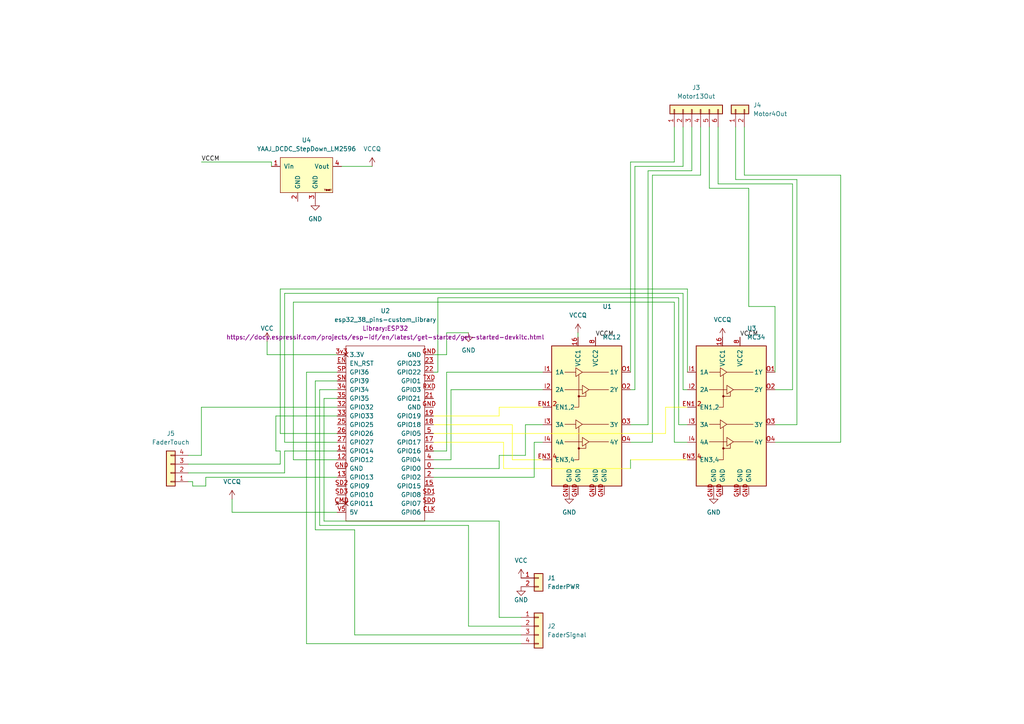
<source format=kicad_sch>
(kicad_sch (version 20211123) (generator eeschema)
  (paper "A4")
  (lib_symbols
    (symbol "Connector_Generic:Conn_01x02" (pin_names (offset 1.016) hide)
      (property "Reference" "J" (at 0 2.54 0))
      (property "Value" "Conn_01x02" (at 0 -5.08 0))
      (symbol "Conn_01x02_1_1"
        (rectangle (start -1.27 -2.413) (end 0 -2.667) (stroke (width 0.1524)))
        (rectangle (start -1.27 0.127) (end 0 -0.127) (stroke (width 0.1524)))
        (rectangle (start -1.27 1.27) (end 1.27 -3.81) (stroke (width 0.254)) (fill (type background)))
        (pin passive line (at -5.08 0 0) (length 3.81) (name "Pin_1") (number "1"))
        (pin passive line (at -5.08 -2.54 0) (length 3.81) (name "Pin_2") (number "2"))
      )
    )
    (symbol "Connector_Generic:Conn_01x04" (pin_names (offset 1.016) hide)
      (property "Reference" "J" (at 0 5.08 0))
      (property "Value" "Conn_01x04" (at 0 -7.62 0))
      (symbol "Conn_01x04_1_1"
        (rectangle (start -1.27 -4.953) (end 0 -5.207) (stroke (width 0.1524)))
        (rectangle (start -1.27 -2.413) (end 0 -2.667) (stroke (width 0.1524)))
        (rectangle (start -1.27 0.127) (end 0 -0.127) (stroke (width 0.1524)))
        (rectangle (start -1.27 2.667) (end 0 2.413) (stroke (width 0.1524)))
        (rectangle (start -1.27 3.81) (end 1.27 -6.35) (stroke (width 0.254)) (fill (type background)))
        (pin passive line (at -5.08 2.54 0) (length 3.81) (name "Pin_1") (number "1"))
        (pin passive line (at -5.08 0 0) (length 3.81) (name "Pin_2") (number "2"))
        (pin passive line (at -5.08 -2.54 0) (length 3.81) (name "Pin_3") (number "3"))
        (pin passive line (at -5.08 -5.08 0) (length 3.81) (name "Pin_4") (number "4"))
      )
    )
    (symbol "Connector_Generic:Conn_01x06" (pin_names (offset 1.016) hide)
      (property "Reference" "J" (at 0 7.62 0))
      (property "Value" "Conn_01x06" (at 0 -10.16 0))
      (symbol "Conn_01x06_1_1"
        (rectangle (start -1.27 -7.493) (end 0 -7.747) (stroke (width 0.1524)))
        (rectangle (start -1.27 -4.953) (end 0 -5.207) (stroke (width 0.1524)))
        (rectangle (start -1.27 -2.413) (end 0 -2.667) (stroke (width 0.1524)))
        (rectangle (start -1.27 0.127) (end 0 -0.127) (stroke (width 0.1524)))
        (rectangle (start -1.27 2.667) (end 0 2.413) (stroke (width 0.1524)))
        (rectangle (start -1.27 5.207) (end 0 4.953) (stroke (width 0.1524)))
        (rectangle (start -1.27 6.35) (end 1.27 -8.89) (stroke (width 0.254)) (fill (type background)))
        (pin passive line (at -5.08 5.08 0) (length 3.81) (name "Pin_1") (number "1"))
        (pin passive line (at -5.08 2.54 0) (length 3.81) (name "Pin_2") (number "2"))
        (pin passive line (at -5.08 0 0) (length 3.81) (name "Pin_3") (number "3"))
        (pin passive line (at -5.08 -2.54 0) (length 3.81) (name "Pin_4") (number "4"))
        (pin passive line (at -5.08 -5.08 0) (length 3.81) (name "Pin_5") (number "5"))
        (pin passive line (at -5.08 -7.62 0) (length 3.81) (name "Pin_6") (number "6"))
      )
    )
    (symbol "New_Library:L293D" (pin_names (offset 1.016))
      (property "Reference" "U1" (at 4.5594 34.29 0))
      (property "Value" "L293D" (at 4.5594 25.4 0))
      (symbol "L293D_0_1"
        (rectangle (start -10.16 22.86) (end 10.16 -17.78) (stroke (width 0.254)) (fill (type background)))
        (circle (center -2.286 -6.858) (radius 0.254) (fill (type outline)))
        (circle (center -2.286 8.255) (radius 0.254) (fill (type outline)))
        (polyline (pts (xy -6.35 -4.953) (xy -1.27 -4.953)))
        (polyline (pts (xy -6.35 0.127) (xy -3.175 0.127)))
        (polyline (pts (xy -6.35 10.16) (xy -1.27 10.16)))
        (polyline (pts (xy -6.35 15.24) (xy -3.175 15.24)))
        (polyline (pts (xy -1.27 0.127) (xy 6.35 0.127)))
        (polyline (pts (xy -1.27 15.24) (xy 6.35 15.24)))
        (polyline (pts (xy 0.635 -4.953) (xy 6.35 -4.953)))
        (polyline (pts (xy 0.635 10.16) (xy 6.35 10.16)))
        (polyline (pts (xy -2.286 -6.858) (xy -0.254 -6.858) (xy -0.254 -5.588)))
        (polyline (pts (xy -2.286 -0.635) (xy -2.286 -10.16) (xy -3.556 -10.16)))
        (polyline (pts (xy -2.286 8.255) (xy -0.254 8.255) (xy -0.254 9.525)))
        (polyline (pts (xy -2.286 14.478) (xy -2.286 5.08) (xy -3.556 5.08)))
        (polyline (pts (xy -3.175 1.397) (xy -3.175 -1.143) (xy -1.27 0.127) (xy -3.175 1.397)))
        (polyline (pts (xy -3.175 16.51) (xy -3.175 13.97) (xy -1.27 15.24) (xy -3.175 16.51)))
        (polyline (pts (xy -1.27 -3.683) (xy -1.27 -6.223) (xy 0.635 -4.953) (xy -1.27 -3.683)))
        (polyline (pts (xy -1.27 11.43) (xy -1.27 8.89) (xy 0.635 10.16) (xy -1.27 11.43)))
      )
      (symbol "L293D_1_1"
        (pin power_in line (at -2.54 25.4 270) (length 2.54) (name "VCC1") (number "16"))
        (pin power_in line (at 2.54 25.4 270) (length 2.54) (name "VCC2") (number "8"))
        (pin input line (at -12.7 5.08 0) (length 2.54) (name "EN1,2") (number "EN1,2"))
        (pin input line (at -12.7 -10.16 0) (length 2.54) (name "EN3,4") (number "EN3,4"))
        (pin power_in line (at -5.08 -20.32 90) (length 2.54) (name "GND") (number "GND"))
        (pin power_in line (at -2.54 -20.32 90) (length 2.54) (name "GND") (number "GND"))
        (pin power_in line (at 2.54 -20.32 90) (length 2.54) (name "GND") (number "GND"))
        (pin power_in line (at 5.08 -20.32 90) (length 2.54) (name "GND") (number "GND"))
        (pin input line (at -12.7 15.24 0) (length 2.54) (name "1A") (number "I1"))
        (pin input line (at -12.7 10.16 0) (length 2.54) (name "2A") (number "I2"))
        (pin input line (at -12.7 0 0) (length 2.54) (name "3A") (number "I3"))
        (pin input line (at -12.7 -5.08 0) (length 2.54) (name "4A") (number "I4"))
        (pin output line (at 12.7 15.24 180) (length 2.54) (name "1Y") (number "O1"))
        (pin output line (at 12.7 10.16 180) (length 2.54) (name "2Y") (number "O2"))
        (pin output line (at 12.7 0 180) (length 2.54) (name "3Y") (number "O3"))
        (pin output line (at 12.7 -5.08 180) (length 2.54) (name "4Y") (number "O4"))
      )
    )
    (symbol "New_Library:esp32_38_pins-custom_library" (pin_names (offset 1.016))
      (property "Reference" "U" (at -1.27 8.89 0))
      (property "Value" "esp32_38_pins-custom_library" (at 12.7 -44.45 0))
      (property "Footprint" "esp32_lora_v2:esp32_devkitv4_38pin" (at 10.16 -45.72 0))
      (property "Datasheet" "https://docs.espressif.com/projects/esp-idf/en/latest/get-started/get-started-devkitc.html" (at 0 0 0))
      (symbol "esp32_38_pins-custom_library_0_1"
        (rectangle (start -2.54 7.62) (end 20.32 -43.18))
      )
      (symbol "esp32_38_pins-custom_library_1_1"
        (pin bidirectional line (at 22.86 -27.94 180) (length 2.54) (name "GPIO0") (number "0"))
        (pin bidirectional line (at -5.08 -25.4 0) (length 2.54) (name "GPIO12") (number "12"))
        (pin bidirectional line (at -5.08 -30.48 0) (length 2.54) (name "GPIO13") (number "13"))
        (pin bidirectional line (at -5.08 -22.86 0) (length 2.54) (name "GPIO14") (number "14"))
        (pin bidirectional line (at 22.86 -33.02 180) (length 2.54) (name "GPIO15") (number "15"))
        (pin bidirectional line (at 22.86 -22.86 180) (length 2.54) (name "GPIO16") (number "16"))
        (pin bidirectional line (at 22.86 -20.32 180) (length 2.54) (name "GPIO17") (number "17"))
        (pin bidirectional line (at 22.86 -15.24 180) (length 2.54) (name "GPIO18") (number "18"))
        (pin bidirectional line (at 22.86 -12.7 180) (length 2.54) (name "GPIO19") (number "19"))
        (pin bidirectional line (at 22.86 -30.48 180) (length 2.54) (name "GPIO2") (number "2"))
        (pin bidirectional line (at 22.86 -7.62 180) (length 2.54) (name "GPIO21") (number "21"))
        (pin bidirectional line (at 22.86 0 180) (length 2.54) (name "GPIO22") (number "22"))
        (pin bidirectional line (at 22.86 2.54 180) (length 2.54) (name "GPIO23") (number "23"))
        (pin bidirectional line (at -5.08 -15.24 0) (length 2.54) (name "GPIO25") (number "25"))
        (pin bidirectional line (at -5.08 -17.78 0) (length 2.54) (name "GPIO26") (number "26"))
        (pin bidirectional line (at -5.08 -20.32 0) (length 2.54) (name "GPIO27") (number "27"))
        (pin bidirectional line (at -5.08 -10.16 0) (length 2.54) (name "GPIO32") (number "32"))
        (pin bidirectional line (at -5.08 -12.7 0) (length 2.54) (name "GPIO33") (number "33"))
        (pin input line (at -5.08 -5.08 0) (length 2.54) (name "GPI34") (number "34"))
        (pin input line (at -5.08 -7.62 0) (length 2.54) (name "GPI35") (number "35"))
        (pin power_out non_logic (at -5.08 5.08 0) (length 2.54) (name "3.3V") (number "3v3"))
        (pin bidirectional line (at 22.86 -25.4 180) (length 2.54) (name "GPIO4") (number "4"))
        (pin bidirectional line (at 22.86 -17.78 180) (length 2.54) (name "GPIO5") (number "5"))
        (pin bidirectional line (at 22.86 -40.64 180) (length 2.54) (name "GPIO6") (number "CLK"))
        (pin no_connect non_logic (at -5.08 -38.1 0) (length 2.54) (name "GPIO11") (number "CMD"))
        (pin bidirectional line (at -5.08 2.54 0) (length 2.54) (name "EN_RST") (number "EN"))
        (pin power_in line (at -5.08 -27.94 0) (length 2.54) (name "GND") (number "GND"))
        (pin tri_state line (at 22.86 -10.16 180) (length 2.54) (name "GND") (number "GND"))
        (pin passive line (at 22.86 5.08 180) (length 2.54) (name "GND") (number "GND"))
        (pin bidirectional line (at 22.86 -5.08 180) (length 2.54) (name "GPIO3") (number "RXD"))
        (pin bidirectional line (at 22.86 -38.1 180) (length 2.54) (name "GPIO7") (number "SD0"))
        (pin bidirectional line (at 22.86 -35.56 180) (length 2.54) (name "GPIO8") (number "SD1"))
        (pin bidirectional line (at -5.08 -33.02 0) (length 2.54) (name "GPIO9") (number "SD2"))
        (pin bidirectional line (at -5.08 -35.56 0) (length 2.54) (name "GPIO10") (number "SD3"))
        (pin input line (at -5.08 -2.54 0) (length 2.54) (name "GPI39") (number "SN"))
        (pin input line (at -5.08 0 0) (length 2.54) (name "GPI36") (number "SP"))
        (pin bidirectional line (at 22.86 -2.54 180) (length 2.54) (name "GPIO1") (number "TXD"))
        (pin power_in line (at -5.08 -40.64 0) (length 2.54) (name "5V") (number "V5"))
      )
    )
    (symbol "power:GND" (power) (pin_names (offset 0))
      (property "Value" "GND" (at 0 -3.81 0))
      (symbol "GND_0_1"
        (polyline (pts (xy 0 0) (xy 0 -1.27) (xy 1.27 -1.27) (xy 0 -2.54) (xy -1.27 -1.27) (xy 0 -1.27)))
      )
      (symbol "GND_1_1"
        (pin power_in line (at 0 0 270) (length 0) hide (name "GND") (number "1"))
      )
    )
    (symbol "power:VCC" (power) (pin_names (offset 0))
      (property "Value" "VCC" (at 0 3.81 0))
      (symbol "VCC_0_1"
        (polyline (pts (xy -0.762 1.27) (xy 0 2.54)))
        (polyline (pts (xy 0 0) (xy 0 2.54)))
        (polyline (pts (xy 0 2.54) (xy 0.762 1.27)))
      )
      (symbol "VCC_1_1"
        (pin power_in line (at 0 0 90) (length 0) hide (name "VCC") (number "1"))
      )
    )
    (symbol "power:VCCQ" (power) (pin_names (offset 0))
      (property "Value" "VCCQ" (at 0 3.81 0))
      (symbol "VCCQ_0_1"
        (polyline (pts (xy -0.762 1.27) (xy 0 2.54)))
        (polyline (pts (xy 0 0) (xy 0 2.54)))
        (polyline (pts (xy 0 2.54) (xy 0.762 1.27)))
      )
      (symbol "VCCQ_1_1"
        (pin power_in line (at 0 0 90) (length 0) hide (name "VCCQ") (number "1"))
      )
    )
    (symbol "yaaj_dcdc_stepdown_lm2596:YAAJ_DCDC_StepDown_LM2596" (pin_names (offset 1.016))
      (property "Reference" "U" (at -5.08 6.35 0))
      (property "Value" "YAAJ_DCDC_StepDown_LM2596" (at 0 11.43 0))
      (symbol "YAAJ_DCDC_StepDown_LM2596_0_1"
        (rectangle (start -7.62 5.08) (end 7.62 -5.08) (fill (type background)))
      )
      (symbol "YAAJ_DCDC_StepDown_LM2596_1_1"
        (text "Y@@V" (at 6.1976 -4.2672 0) (effects (font (size 0.508 0.508))))
        (pin power_in line (at -10.16 2.54 0) (length 2.54) (name "Vin") (number "1"))
        (pin power_in line (at -2.54 -7.62 90) (length 2.54) (name "GND") (number "2"))
        (pin power_in line (at 2.54 -7.62 90) (length 2.54) (name "GND") (number "3"))
        (pin power_out line (at 10.16 2.54 180) (length 2.54) (name "Vout") (number "4"))
      )
    )
  )
  (wire (pts (xy 189.23 50.8) (xy 189.23 128.27)))
  (wire (pts (xy 58.42 46.99) (xy 78.74 46.99)))
  (wire (pts (xy 144.78 179.07) (xy 151.13 179.07)))
  (wire (pts (xy 167.64 96.52) (xy 167.64 97.79)))
  (wire (pts (xy 59.69 138.43) (xy 97.79 138.43)))
  (wire (pts (xy 196.85 123.19) (xy 196.85 86.36)))
  (wire (pts (xy 85.09 87.63) (xy 85.09 133.35)))
  (wire (pts (xy 82.55 85.09) (xy 82.55 128.27)))
  (wire (pts (xy 152.4 132.08) (xy 144.78 132.08)))
  (wire (pts (xy 203.2 50.8) (xy 203.2 36.83)))
  (wire (pts (xy 199.39 128.27) (xy 195.58 128.27)))
  (wire (pts (xy 224.79 123.19) (xy 231.14 123.19)))
  (wire (pts (xy 102.87 184.15) (xy 151.13 184.15)))
  (wire (pts (xy 102.87 153.67) (xy 102.87 184.15)))
  (wire (pts (xy 182.88 46.99) (xy 195.58 46.99)))
  (wire (pts (xy 184.15 48.26) (xy 184.15 113.03)))
  (wire (pts (xy 93.98 115.57) (xy 93.98 151.13)))
  (wire (pts (xy 58.42 118.11) (xy 97.79 118.11)))
  (wire (pts (xy 205.74 54.61) (xy 205.74 36.83)))
  (wire (pts (xy 224.79 107.95) (xy 224.79 88.9)))
  (wire (pts (xy 127 107.95) (xy 127 86.36)))
  (wire (pts (xy 193.04 118.11) (xy 199.39 118.11)) (stroke (width 0) (color 255 255 0 1)))
  (wire (pts (xy 130.81 133.35) (xy 125.73 133.35)))
  (wire (pts (xy 199.39 107.95) (xy 199.39 83.82)))
  (wire (pts (xy 154.94 128.27) (xy 154.94 138.43)))
  (wire (pts (xy 97.79 148.59) (xy 67.31 148.59)))
  (wire (pts (xy 82.55 128.27) (xy 97.79 128.27)))
  (wire (pts (xy 215.9 50.8) (xy 215.9 36.83)))
  (wire (pts (xy 157.48 107.95) (xy 129.54 107.95)))
  (wire (pts (xy 125.73 120.65) (xy 144.78 120.65)) (stroke (width 0) (color 255 255 0 1)))
  (wire (pts (xy 125.73 125.73) (xy 193.04 125.73)) (stroke (width 0) (color 255 255 0 1)))
  (wire (pts (xy 78.74 46.99) (xy 78.74 48.26)))
  (wire (pts (xy 199.39 113.03) (xy 198.12 113.03)))
  (wire (pts (xy 229.87 113.03) (xy 224.79 113.03)))
  (wire (pts (xy 198.12 36.83) (xy 198.12 48.26)))
  (wire (pts (xy 88.9 107.95) (xy 88.9 186.69)))
  (wire (pts (xy 144.78 151.13) (xy 144.78 179.07)))
  (wire (pts (xy 77.47 102.87) (xy 77.47 99.06)))
  (wire (pts (xy 144.78 132.08) (xy 144.78 135.89)))
  (wire (pts (xy 91.44 110.49) (xy 91.44 153.67)))
  (wire (pts (xy 199.39 83.82) (xy 81.28 83.82)))
  (wire (pts (xy 152.4 123.19) (xy 152.4 132.08)))
  (wire (pts (xy 148.59 133.35) (xy 157.48 133.35)) (stroke (width 0) (color 255 255 0 1)))
  (wire (pts (xy 199.39 133.35) (xy 182.88 133.35)) (stroke (width 0) (color 255 255 0 1)))
  (wire (pts (xy 125.73 107.95) (xy 127 107.95)))
  (wire (pts (xy 97.79 130.81) (xy 82.55 130.81)))
  (wire (pts (xy 217.17 54.61) (xy 205.74 54.61)))
  (wire (pts (xy 54.61 134.62) (xy 81.28 134.62)))
  (wire (pts (xy 82.55 130.81) (xy 82.55 137.16)))
  (wire (pts (xy 129.54 96.52) (xy 135.89 96.52)))
  (wire (pts (xy 59.69 138.43) (xy 59.69 140.97)))
  (wire (pts (xy 129.54 102.87) (xy 129.54 96.52)))
  (wire (pts (xy 243.84 50.8) (xy 243.84 128.27)))
  (wire (pts (xy 135.89 152.4) (xy 135.89 181.61)))
  (wire (pts (xy 182.88 123.19) (xy 187.96 123.19)))
  (wire (pts (xy 200.66 49.53) (xy 200.66 36.83)))
  (wire (pts (xy 55.88 140.97) (xy 55.88 139.7)))
  (wire (pts (xy 229.87 53.34) (xy 229.87 113.03)))
  (wire (pts (xy 229.87 53.34) (xy 208.28 53.34)))
  (wire (pts (xy 189.23 50.8) (xy 203.2 50.8)))
  (wire (pts (xy 54.61 137.16) (xy 82.55 137.16)))
  (wire (pts (xy 243.84 128.27) (xy 224.79 128.27)))
  (wire (pts (xy 93.98 115.57) (xy 97.79 115.57)))
  (wire (pts (xy 144.78 120.65) (xy 144.78 118.11)) (stroke (width 0) (color 255 255 0 1)))
  (wire (pts (xy 224.79 88.9) (xy 217.17 88.9)))
  (wire (pts (xy 213.36 52.07) (xy 213.36 36.83)))
  (wire (pts (xy 59.69 140.97) (xy 55.88 140.97)))
  (wire (pts (xy 135.89 181.61) (xy 151.13 181.61)))
  (wire (pts (xy 157.48 128.27) (xy 154.94 128.27)))
  (wire (pts (xy 129.54 107.95) (xy 129.54 130.81)))
  (wire (pts (xy 80.01 130.81) (xy 81.28 130.81)))
  (wire (pts (xy 55.88 139.7) (xy 54.61 139.7)))
  (wire (pts (xy 88.9 107.95) (xy 97.79 107.95)))
  (wire (pts (xy 187.96 49.53) (xy 187.96 123.19)))
  (wire (pts (xy 144.78 118.11) (xy 157.48 118.11)) (stroke (width 0) (color 255 255 0 1)))
  (wire (pts (xy 196.85 123.19) (xy 199.39 123.19)))
  (wire (pts (xy 91.44 110.49) (xy 97.79 110.49)))
  (wire (pts (xy 130.81 113.03) (xy 130.81 133.35)))
  (wire (pts (xy 157.48 123.19) (xy 152.4 123.19)))
  (wire (pts (xy 157.48 113.03) (xy 130.81 113.03)))
  (wire (pts (xy 208.28 53.34) (xy 208.28 36.83)))
  (wire (pts (xy 92.71 113.03) (xy 92.71 152.4)))
  (wire (pts (xy 198.12 113.03) (xy 198.12 85.09)))
  (wire (pts (xy 231.14 52.07) (xy 213.36 52.07)))
  (wire (pts (xy 182.88 133.35) (xy 182.88 135.89)))
  (wire (pts (xy 154.94 138.43) (xy 125.73 138.43)))
  (wire (pts (xy 182.88 46.99) (xy 182.88 107.95)))
  (wire (pts (xy 182.88 135.89) (xy 146.05 135.89)) (stroke (width 0) (color 255 255 0 1)))
  (wire (pts (xy 217.17 88.9) (xy 217.17 54.61)))
  (wire (pts (xy 92.71 113.03) (xy 97.79 113.03)))
  (wire (pts (xy 80.01 120.65) (xy 80.01 130.81)))
  (wire (pts (xy 195.58 46.99) (xy 195.58 36.83)))
  (wire (pts (xy 81.28 130.81) (xy 81.28 134.62)))
  (wire (pts (xy 195.58 87.63) (xy 85.09 87.63)))
  (wire (pts (xy 146.05 128.27) (xy 125.73 128.27)) (stroke (width 0) (color 255 255 0 1)))
  (wire (pts (xy 196.85 86.36) (xy 127 86.36)))
  (wire (pts (xy 243.84 50.8) (xy 215.9 50.8)))
  (wire (pts (xy 58.42 118.11) (xy 58.42 132.08)))
  (wire (pts (xy 184.15 48.26) (xy 198.12 48.26)))
  (wire (pts (xy 184.15 113.03) (xy 182.88 113.03)))
  (wire (pts (xy 85.09 133.35) (xy 97.79 133.35)))
  (wire (pts (xy 193.04 125.73) (xy 193.04 118.11)) (stroke (width 0) (color 255 255 0 1)))
  (wire (pts (xy 198.12 85.09) (xy 82.55 85.09)))
  (wire (pts (xy 125.73 102.87) (xy 129.54 102.87)))
  (wire (pts (xy 144.78 135.89) (xy 125.73 135.89)))
  (wire (pts (xy 195.58 128.27) (xy 195.58 87.63)))
  (wire (pts (xy 67.31 148.59) (xy 67.31 144.78)))
  (wire (pts (xy 135.89 152.4) (xy 92.71 152.4)))
  (wire (pts (xy 81.28 83.82) (xy 81.28 125.73)))
  (wire (pts (xy 99.06 48.26) (xy 107.95 48.26)))
  (wire (pts (xy 125.73 123.19) (xy 148.59 123.19)) (stroke (width 0) (color 255 255 0 1)))
  (wire (pts (xy 231.14 52.07) (xy 231.14 123.19)))
  (wire (pts (xy 144.78 151.13) (xy 93.98 151.13)))
  (wire (pts (xy 81.28 125.73) (xy 97.79 125.73)))
  (wire (pts (xy 189.23 128.27) (xy 182.88 128.27)))
  (wire (pts (xy 97.79 102.87) (xy 77.47 102.87)))
  (wire (pts (xy 146.05 135.89) (xy 146.05 128.27)) (stroke (width 0) (color 255 255 0 1)))
  (wire (pts (xy 102.87 153.67) (xy 91.44 153.67)))
  (wire (pts (xy 58.42 132.08) (xy 54.61 132.08)))
  (wire (pts (xy 88.9 186.69) (xy 151.13 186.69)))
  (wire (pts (xy 187.96 49.53) (xy 200.66 49.53)))
  (wire (pts (xy 97.79 120.65) (xy 80.01 120.65)))
  (wire (pts (xy 129.54 130.81) (xy 125.73 130.81)))
  (wire (pts (xy 148.59 123.19) (xy 148.59 133.35)) (stroke (width 0) (color 255 255 0 1)))
  (label "VCCM" (at 214.63 97.79 0))
  (label "VCCM" (at 172.72 97.79 0))
  (label "VCCM" (at 58.42 46.99 0))
  (symbol (lib_id "power:VCC") (at 151.13 167.64 0) (unit 1)
    (property "Reference" "#PWR03" (effects hide))
    (property "Value" "VCC" (at 151.13 162.56 0))
  )
  (symbol (lib_id "power:GND") (at 151.13 170.18 0) (unit 1)
    (property "Reference" "#PWR04" (effects hide))
    (property "Value" "GND" (at 151.13 173.99 0))
  )
  (symbol (lib_id "power:GND") (at 91.44 58.42 0) (unit 1)
    (property "Reference" "#PWR02" (effects hide))
    (property "Value" "GND" (at 91.44 63.5 0))
  )
  (symbol (lib_id "New_Library:esp32_38_pins-custom_library") (at 102.87 107.95 0) (unit 1)
    (property "Reference" "U2" (at 111.76 90.17 0))
    (property "Value" "esp32_38_pins-custom_library" (at 111.76 92.71 0))
    (property "Footprint" "Library:ESP32" (at 111.76 95.25 0))
    (property "Datasheet" "https://docs.espressif.com/projects/esp-idf/en/latest/get-started/get-started-devkitc.html" (at 111.76 97.79 0))
  )
  (symbol (lib_id "power:GND") (at 165.1 143.51 0) (unit 1)
    (property "Reference" "#PWR0111" (effects hide))
    (property "Value" "GND" (at 165.1 148.59 0))
  )
  (symbol (lib_id "yaaj_dcdc_stepdown_lm2596:YAAJ_DCDC_StepDown_LM2596") (at 88.9 50.8 0) (unit 1)
    (property "Reference" "U4" (at 88.9 40.64 0))
    (property "Value" "YAAJ_DCDC_StepDown_LM2596" (at 88.9 43.18 0))
    (property "Footprint" "buckconv:YAAJ_DCDC_StepDown_LM2596" (effects hide))
  )
  (symbol (lib_id "Connector_Generic:Conn_01x06") (at 200.66 31.75 90) (unit 1)
    (property "Reference" "J3" (at 201.93 25.4 90))
    (property "Value" "Motor13Out" (at 201.93 27.94 90))
    (property "Footprint" "Connector_PinHeader_2.54mm:PinHeader_1x06_P2.54mm_Vertical" (effects hide))
  )
  (symbol (lib_id "Connector_Generic:Conn_01x02") (at 213.36 31.75 90) (unit 1)
    (property "Reference" "J4" (at 218.44 30.4799 90) (effects (justify right)))
    (property "Value" "Motor4Out" (at 218.44 33.0199 90) (effects (justify right)))
    (property "Footprint" "Connector_PinHeader_2.54mm:PinHeader_1x02_P2.54mm_Vertical" (effects hide))
  )
  (symbol (lib_id "New_Library:L293D") (at 170.18 123.19 0) (unit 1)
    (property "Reference" "U1" (at 174.7394 88.9 0) (effects (justify left)))
    (property "Value" "MC12" (at 174.7394 97.79 0) (effects (justify left)))
    (property "Footprint" "Package_DIP:DIP-16_W7.62mm" (effects hide))
    (property "Datasheet" "http://www.ti.com/lit/ds/symlink/l293.pdf" (effects hide))
  )
  (symbol (lib_id "power:VCCQ") (at 209.55 97.79 0) (unit 1)
    (property "Reference" "#PWR0115" (effects hide))
    (property "Value" "VCCQ" (at 209.55 92.71 0))
  )
  (symbol (lib_id "power:GND") (at 135.89 96.52 0) (unit 1)
    (property "Reference" "#PWR0112" (effects hide))
    (property "Value" "GND" (at 135.89 101.6 0))
  )
  (symbol (lib_id "New_Library:L293D") (at 212.09 123.19 0) (unit 1)
    (property "Reference" "U3" (at 216.6494 95.25 0) (effects (justify left)))
    (property "Value" "MC34" (at 216.6494 97.79 0) (effects (justify left)))
    (property "Footprint" "Package_DIP:DIP-16_W7.62mm" (effects hide))
    (property "Datasheet" "http://www.ti.com/lit/ds/symlink/l293.pdf" (effects hide))
  )
  (symbol (lib_id "Connector_Generic:Conn_01x04") (at 49.53 137.16 180) (unit 1)
    (property "Reference" "J5" (at 49.53 125.73 0))
    (property "Value" "FaderTouch" (at 49.53 128.27 0))
    (property "Footprint" "Connector_PinHeader_2.54mm:PinHeader_1x04_P2.54mm_Vertical" (effects hide))
  )
  (symbol (lib_id "Connector_Generic:Conn_01x04") (at 156.21 181.61 0) (unit 1)
    (property "Reference" "J2" (at 158.75 181.6099 0) (effects (justify left)))
    (property "Value" "FaderSignal" (at 158.75 184.1499 0) (effects (justify left)))
    (property "Footprint" "Connector_PinHeader_2.54mm:PinHeader_1x04_P2.54mm_Vertical" (effects hide))
  )
  (symbol (lib_id "power:GND") (at 207.01 143.51 0) (unit 1)
    (property "Reference" "#PWR0114" (effects hide))
    (property "Value" "GND" (at 207.01 148.59 0))
  )
  (symbol (lib_id "power:VCCQ") (at 67.31 144.78 0) (unit 1)
    (property "Reference" "#PWR0107" (effects hide))
    (property "Value" "VCCQ" (at 67.31 139.7 0))
  )
  (symbol (lib_id "power:VCCQ") (at 167.64 96.52 0) (unit 1)
    (property "Reference" "#PWR0113" (effects hide))
    (property "Value" "VCCQ" (at 167.64 91.44 0))
  )
  (symbol (lib_id "power:VCC") (at 77.47 99.06 0) (unit 1)
    (property "Reference" "#PWR0108" (effects hide))
    (property "Value" "VCC" (at 77.47 95.25 0))
  )
  (symbol (lib_id "power:VCCQ") (at 107.95 48.26 0) (unit 1)
    (property "Reference" "#PWR0101" (effects hide))
    (property "Value" "VCCQ" (at 107.95 43.18 0))
  )
  (symbol (lib_id "Connector_Generic:Conn_01x02") (at 156.21 167.64 0) (unit 1)
    (property "Reference" "J1" (at 158.75 167.6399 0) (effects (justify left)))
    (property "Value" "FaderPWR" (at 158.75 170.1799 0) (effects (justify left)))
    (property "Footprint" "Connector_PinHeader_2.54mm:PinHeader_1x02_P2.54mm_Vertical" (effects hide))
  )
)
</source>
